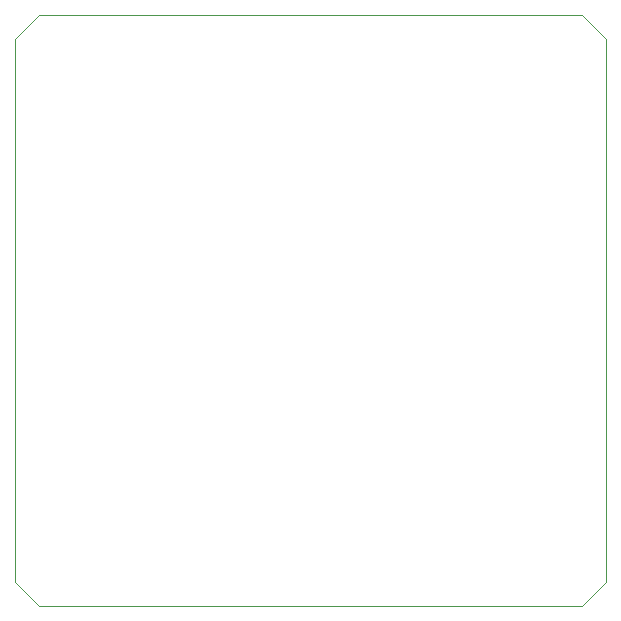
<source format=gm1>
G04 #@! TF.FileFunction,Profile,NP*
%FSLAX45Y45*%
G04 Gerber Fmt 4.5, Leading zero omitted, Abs format (unit mm)*
G04 Created by KiCad (PCBNEW (2015-08-30 BZR 6134, Git 4e94d52)-product) date 2015-09-02 06:32:25*
%MOMM*%
G01*
G04 APERTURE LIST*
%ADD10C,0.100000*%
G04 APERTURE END LIST*
D10*
X10200000Y-15000000D02*
X10000000Y-14800000D01*
X10000000Y-10200000D02*
X10200000Y-10000000D01*
X14800000Y-10000000D02*
X15000000Y-10200000D01*
X14800000Y-15000000D02*
X15000000Y-14800000D01*
X10000000Y-10200000D02*
X10000000Y-14800000D01*
X14800000Y-10000000D02*
X10200000Y-10000000D01*
X15000000Y-14800000D02*
X15000000Y-10200000D01*
X10200000Y-15000000D02*
X14800000Y-15000000D01*
M02*

</source>
